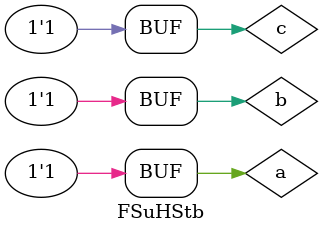
<source format=v>
`timescale 1ns / 1ps


module FSuHStb(

    );
    
    reg a,b,c;
    wire diff, bor;
    
    FSuHS uut(a,b,c,diff,bor);
    
    initial begin
    
    a=0;    b=0;    c=0;
    #100
    a=0;    b=0;    c=1;
    #100
    a=0;    b=1;    c=0;
    #100
    a=0;    b=1;    c=1;
    #100
    a=1;    b=0;    c=0;
    #100
    a=1;    b=0;    c=1;
    #100
    a=1;    b=1;    c=0;
    #100
    a=1;    b=1;    c=1;
    
    end
    
endmodule

</source>
